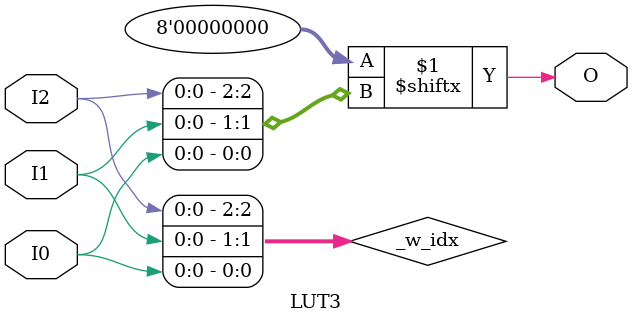
<source format=v>
`ifdef verilator3
`else
`timescale 1 ps / 1 ps
`endif

module LUT3
#(
    parameter [7:0] INIT = 8'b00000000
)
(
    input  wire I0, I1, I2,
    output wire O
);
    wire [2:0] _w_idx = { I2, I1, I0 };

    assign O = INIT[_w_idx];

endmodule

</source>
